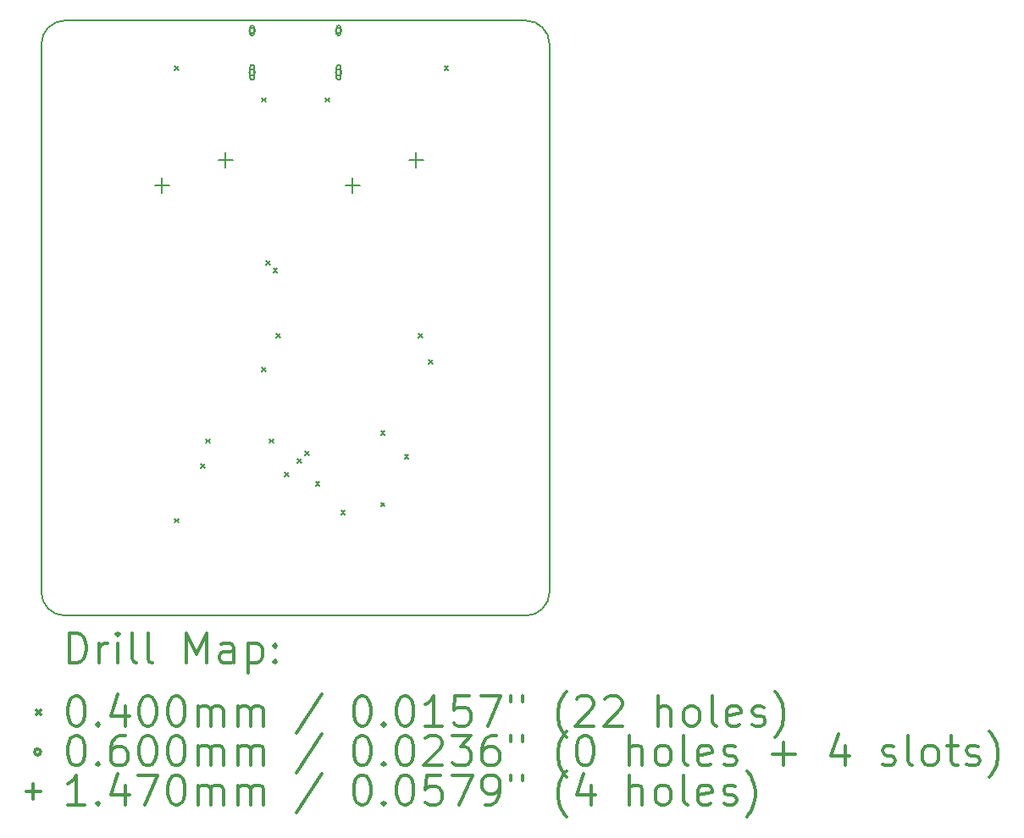
<source format=gbr>
%FSLAX45Y45*%
G04 Gerber Fmt 4.5, Leading zero omitted, Abs format (unit mm)*
G04 Created by KiCad (PCBNEW (5.1.10)-1) date 2021-06-04 02:05:19*
%MOMM*%
%LPD*%
G01*
G04 APERTURE LIST*
%TA.AperFunction,Profile*%
%ADD10C,0.150000*%
%TD*%
%ADD11C,0.200000*%
%ADD12C,0.300000*%
G04 APERTURE END LIST*
D10*
X11588750Y-9525000D02*
X11588750Y-4048125D01*
X6508750Y-4048125D02*
X6508750Y-9525000D01*
X11350625Y-9763125D02*
X6746875Y-9763125D01*
X11588750Y-9525000D02*
G75*
G02*
X11350625Y-9763125I-238125J0D01*
G01*
X6746875Y-9763125D02*
G75*
G02*
X6508750Y-9525000I0J238125D01*
G01*
X11350625Y-3810000D02*
X6746875Y-3810000D01*
X6508750Y-4048125D02*
G75*
G02*
X6746875Y-3810000I238125J0D01*
G01*
X11350625Y-3810000D02*
G75*
G02*
X11588750Y-4048125I0J-238125D01*
G01*
D11*
X7838125Y-4266250D02*
X7878125Y-4306250D01*
X7878125Y-4266250D02*
X7838125Y-4306250D01*
X7838760Y-8791260D02*
X7878760Y-8831260D01*
X7878760Y-8791260D02*
X7838760Y-8831260D01*
X8102920Y-8245160D02*
X8142920Y-8285160D01*
X8142920Y-8245160D02*
X8102920Y-8285160D01*
X8155625Y-7996875D02*
X8195625Y-8036875D01*
X8195625Y-7996875D02*
X8155625Y-8036875D01*
X8711250Y-4583750D02*
X8751250Y-4623750D01*
X8751250Y-4583750D02*
X8711250Y-4623750D01*
X8711250Y-7282500D02*
X8751250Y-7322500D01*
X8751250Y-7282500D02*
X8711250Y-7322500D01*
X8753502Y-6213502D02*
X8793502Y-6253502D01*
X8793502Y-6213502D02*
X8753502Y-6253502D01*
X8790625Y-7996875D02*
X8830625Y-8036875D01*
X8830625Y-7996875D02*
X8790625Y-8036875D01*
X8827748Y-6287748D02*
X8867748Y-6327748D01*
X8867748Y-6287748D02*
X8827748Y-6327748D01*
X8857300Y-6939600D02*
X8897300Y-6979600D01*
X8897300Y-6939600D02*
X8857300Y-6979600D01*
X8941120Y-8328980D02*
X8981120Y-8368980D01*
X8981120Y-8328980D02*
X8941120Y-8368980D01*
X9071002Y-8192748D02*
X9111002Y-8232748D01*
X9111002Y-8192748D02*
X9071002Y-8232748D01*
X9145248Y-8118502D02*
X9185248Y-8158502D01*
X9185248Y-8118502D02*
X9145248Y-8158502D01*
X9251000Y-8421690D02*
X9291000Y-8461690D01*
X9291000Y-8421690D02*
X9251000Y-8461690D01*
X9346250Y-4583750D02*
X9386250Y-4623750D01*
X9386250Y-4583750D02*
X9346250Y-4623750D01*
X9505000Y-8711250D02*
X9545000Y-8751250D01*
X9545000Y-8711250D02*
X9505000Y-8751250D01*
X9901875Y-7917500D02*
X9941875Y-7957500D01*
X9941875Y-7917500D02*
X9901875Y-7957500D01*
X9901875Y-8631875D02*
X9941875Y-8671875D01*
X9941875Y-8631875D02*
X9901875Y-8671875D01*
X10140000Y-8155625D02*
X10180000Y-8195625D01*
X10180000Y-8155625D02*
X10140000Y-8195625D01*
X10279700Y-6939600D02*
X10319700Y-6979600D01*
X10319700Y-6939600D02*
X10279700Y-6979600D01*
X10378125Y-7203125D02*
X10418125Y-7243125D01*
X10418125Y-7203125D02*
X10378125Y-7243125D01*
X10536875Y-4266250D02*
X10576875Y-4306250D01*
X10576875Y-4266250D02*
X10536875Y-4306250D01*
X8646750Y-3911250D02*
G75*
G03*
X8646750Y-3911250I-30000J0D01*
G01*
X8596750Y-3881250D02*
X8596750Y-3941250D01*
X8636750Y-3881250D02*
X8636750Y-3941250D01*
X8596750Y-3941250D02*
G75*
G03*
X8636750Y-3941250I20000J0D01*
G01*
X8636750Y-3881250D02*
G75*
G03*
X8596750Y-3881250I-20000J0D01*
G01*
X8646750Y-4329250D02*
G75*
G03*
X8646750Y-4329250I-30000J0D01*
G01*
X8596750Y-4274250D02*
X8596750Y-4384250D01*
X8636750Y-4274250D02*
X8636750Y-4384250D01*
X8596750Y-4384250D02*
G75*
G03*
X8636750Y-4384250I20000J0D01*
G01*
X8636750Y-4274250D02*
G75*
G03*
X8596750Y-4274250I-20000J0D01*
G01*
X9510750Y-3911250D02*
G75*
G03*
X9510750Y-3911250I-30000J0D01*
G01*
X9460750Y-3881250D02*
X9460750Y-3941250D01*
X9500750Y-3881250D02*
X9500750Y-3941250D01*
X9460750Y-3941250D02*
G75*
G03*
X9500750Y-3941250I20000J0D01*
G01*
X9500750Y-3881250D02*
G75*
G03*
X9460750Y-3881250I-20000J0D01*
G01*
X9510750Y-4329250D02*
G75*
G03*
X9510750Y-4329250I-30000J0D01*
G01*
X9460750Y-4274250D02*
X9460750Y-4384250D01*
X9500750Y-4274250D02*
X9500750Y-4384250D01*
X9460750Y-4384250D02*
G75*
G03*
X9500750Y-4384250I20000J0D01*
G01*
X9500750Y-4274250D02*
G75*
G03*
X9460750Y-4274250I-20000J0D01*
G01*
X7715250Y-5387500D02*
X7715250Y-5534500D01*
X7641750Y-5461000D02*
X7788750Y-5461000D01*
X8350250Y-5133500D02*
X8350250Y-5280500D01*
X8276750Y-5207000D02*
X8423750Y-5207000D01*
X9620250Y-5387500D02*
X9620250Y-5534500D01*
X9546750Y-5461000D02*
X9693750Y-5461000D01*
X10255250Y-5133500D02*
X10255250Y-5280500D01*
X10181750Y-5207000D02*
X10328750Y-5207000D01*
D12*
X6787678Y-10236339D02*
X6787678Y-9936339D01*
X6859107Y-9936339D01*
X6901964Y-9950625D01*
X6930536Y-9979197D01*
X6944821Y-10007768D01*
X6959107Y-10064911D01*
X6959107Y-10107768D01*
X6944821Y-10164911D01*
X6930536Y-10193482D01*
X6901964Y-10222054D01*
X6859107Y-10236339D01*
X6787678Y-10236339D01*
X7087678Y-10236339D02*
X7087678Y-10036339D01*
X7087678Y-10093482D02*
X7101964Y-10064911D01*
X7116250Y-10050625D01*
X7144821Y-10036339D01*
X7173393Y-10036339D01*
X7273393Y-10236339D02*
X7273393Y-10036339D01*
X7273393Y-9936339D02*
X7259107Y-9950625D01*
X7273393Y-9964911D01*
X7287678Y-9950625D01*
X7273393Y-9936339D01*
X7273393Y-9964911D01*
X7459107Y-10236339D02*
X7430536Y-10222054D01*
X7416250Y-10193482D01*
X7416250Y-9936339D01*
X7616250Y-10236339D02*
X7587678Y-10222054D01*
X7573393Y-10193482D01*
X7573393Y-9936339D01*
X7959107Y-10236339D02*
X7959107Y-9936339D01*
X8059107Y-10150625D01*
X8159107Y-9936339D01*
X8159107Y-10236339D01*
X8430536Y-10236339D02*
X8430536Y-10079197D01*
X8416250Y-10050625D01*
X8387678Y-10036339D01*
X8330536Y-10036339D01*
X8301964Y-10050625D01*
X8430536Y-10222054D02*
X8401964Y-10236339D01*
X8330536Y-10236339D01*
X8301964Y-10222054D01*
X8287678Y-10193482D01*
X8287678Y-10164911D01*
X8301964Y-10136339D01*
X8330536Y-10122054D01*
X8401964Y-10122054D01*
X8430536Y-10107768D01*
X8573393Y-10036339D02*
X8573393Y-10336339D01*
X8573393Y-10050625D02*
X8601964Y-10036339D01*
X8659107Y-10036339D01*
X8687678Y-10050625D01*
X8701964Y-10064911D01*
X8716250Y-10093482D01*
X8716250Y-10179197D01*
X8701964Y-10207768D01*
X8687678Y-10222054D01*
X8659107Y-10236339D01*
X8601964Y-10236339D01*
X8573393Y-10222054D01*
X8844821Y-10207768D02*
X8859107Y-10222054D01*
X8844821Y-10236339D01*
X8830536Y-10222054D01*
X8844821Y-10207768D01*
X8844821Y-10236339D01*
X8844821Y-10050625D02*
X8859107Y-10064911D01*
X8844821Y-10079197D01*
X8830536Y-10064911D01*
X8844821Y-10050625D01*
X8844821Y-10079197D01*
X6461250Y-10710625D02*
X6501250Y-10750625D01*
X6501250Y-10710625D02*
X6461250Y-10750625D01*
X6844821Y-10566339D02*
X6873393Y-10566339D01*
X6901964Y-10580625D01*
X6916250Y-10594911D01*
X6930536Y-10623482D01*
X6944821Y-10680625D01*
X6944821Y-10752054D01*
X6930536Y-10809197D01*
X6916250Y-10837768D01*
X6901964Y-10852054D01*
X6873393Y-10866339D01*
X6844821Y-10866339D01*
X6816250Y-10852054D01*
X6801964Y-10837768D01*
X6787678Y-10809197D01*
X6773393Y-10752054D01*
X6773393Y-10680625D01*
X6787678Y-10623482D01*
X6801964Y-10594911D01*
X6816250Y-10580625D01*
X6844821Y-10566339D01*
X7073393Y-10837768D02*
X7087678Y-10852054D01*
X7073393Y-10866339D01*
X7059107Y-10852054D01*
X7073393Y-10837768D01*
X7073393Y-10866339D01*
X7344821Y-10666339D02*
X7344821Y-10866339D01*
X7273393Y-10552054D02*
X7201964Y-10766339D01*
X7387678Y-10766339D01*
X7559107Y-10566339D02*
X7587678Y-10566339D01*
X7616250Y-10580625D01*
X7630536Y-10594911D01*
X7644821Y-10623482D01*
X7659107Y-10680625D01*
X7659107Y-10752054D01*
X7644821Y-10809197D01*
X7630536Y-10837768D01*
X7616250Y-10852054D01*
X7587678Y-10866339D01*
X7559107Y-10866339D01*
X7530536Y-10852054D01*
X7516250Y-10837768D01*
X7501964Y-10809197D01*
X7487678Y-10752054D01*
X7487678Y-10680625D01*
X7501964Y-10623482D01*
X7516250Y-10594911D01*
X7530536Y-10580625D01*
X7559107Y-10566339D01*
X7844821Y-10566339D02*
X7873393Y-10566339D01*
X7901964Y-10580625D01*
X7916250Y-10594911D01*
X7930536Y-10623482D01*
X7944821Y-10680625D01*
X7944821Y-10752054D01*
X7930536Y-10809197D01*
X7916250Y-10837768D01*
X7901964Y-10852054D01*
X7873393Y-10866339D01*
X7844821Y-10866339D01*
X7816250Y-10852054D01*
X7801964Y-10837768D01*
X7787678Y-10809197D01*
X7773393Y-10752054D01*
X7773393Y-10680625D01*
X7787678Y-10623482D01*
X7801964Y-10594911D01*
X7816250Y-10580625D01*
X7844821Y-10566339D01*
X8073393Y-10866339D02*
X8073393Y-10666339D01*
X8073393Y-10694911D02*
X8087678Y-10680625D01*
X8116250Y-10666339D01*
X8159107Y-10666339D01*
X8187678Y-10680625D01*
X8201964Y-10709197D01*
X8201964Y-10866339D01*
X8201964Y-10709197D02*
X8216250Y-10680625D01*
X8244821Y-10666339D01*
X8287678Y-10666339D01*
X8316250Y-10680625D01*
X8330536Y-10709197D01*
X8330536Y-10866339D01*
X8473393Y-10866339D02*
X8473393Y-10666339D01*
X8473393Y-10694911D02*
X8487678Y-10680625D01*
X8516250Y-10666339D01*
X8559107Y-10666339D01*
X8587678Y-10680625D01*
X8601964Y-10709197D01*
X8601964Y-10866339D01*
X8601964Y-10709197D02*
X8616250Y-10680625D01*
X8644821Y-10666339D01*
X8687678Y-10666339D01*
X8716250Y-10680625D01*
X8730536Y-10709197D01*
X8730536Y-10866339D01*
X9316250Y-10552054D02*
X9059107Y-10937768D01*
X9701964Y-10566339D02*
X9730536Y-10566339D01*
X9759107Y-10580625D01*
X9773393Y-10594911D01*
X9787678Y-10623482D01*
X9801964Y-10680625D01*
X9801964Y-10752054D01*
X9787678Y-10809197D01*
X9773393Y-10837768D01*
X9759107Y-10852054D01*
X9730536Y-10866339D01*
X9701964Y-10866339D01*
X9673393Y-10852054D01*
X9659107Y-10837768D01*
X9644821Y-10809197D01*
X9630536Y-10752054D01*
X9630536Y-10680625D01*
X9644821Y-10623482D01*
X9659107Y-10594911D01*
X9673393Y-10580625D01*
X9701964Y-10566339D01*
X9930536Y-10837768D02*
X9944821Y-10852054D01*
X9930536Y-10866339D01*
X9916250Y-10852054D01*
X9930536Y-10837768D01*
X9930536Y-10866339D01*
X10130536Y-10566339D02*
X10159107Y-10566339D01*
X10187678Y-10580625D01*
X10201964Y-10594911D01*
X10216250Y-10623482D01*
X10230536Y-10680625D01*
X10230536Y-10752054D01*
X10216250Y-10809197D01*
X10201964Y-10837768D01*
X10187678Y-10852054D01*
X10159107Y-10866339D01*
X10130536Y-10866339D01*
X10101964Y-10852054D01*
X10087678Y-10837768D01*
X10073393Y-10809197D01*
X10059107Y-10752054D01*
X10059107Y-10680625D01*
X10073393Y-10623482D01*
X10087678Y-10594911D01*
X10101964Y-10580625D01*
X10130536Y-10566339D01*
X10516250Y-10866339D02*
X10344821Y-10866339D01*
X10430536Y-10866339D02*
X10430536Y-10566339D01*
X10401964Y-10609197D01*
X10373393Y-10637768D01*
X10344821Y-10652054D01*
X10787678Y-10566339D02*
X10644821Y-10566339D01*
X10630536Y-10709197D01*
X10644821Y-10694911D01*
X10673393Y-10680625D01*
X10744821Y-10680625D01*
X10773393Y-10694911D01*
X10787678Y-10709197D01*
X10801964Y-10737768D01*
X10801964Y-10809197D01*
X10787678Y-10837768D01*
X10773393Y-10852054D01*
X10744821Y-10866339D01*
X10673393Y-10866339D01*
X10644821Y-10852054D01*
X10630536Y-10837768D01*
X10901964Y-10566339D02*
X11101964Y-10566339D01*
X10973393Y-10866339D01*
X11201964Y-10566339D02*
X11201964Y-10623482D01*
X11316250Y-10566339D02*
X11316250Y-10623482D01*
X11759107Y-10980625D02*
X11744821Y-10966339D01*
X11716250Y-10923482D01*
X11701964Y-10894911D01*
X11687678Y-10852054D01*
X11673393Y-10780625D01*
X11673393Y-10723482D01*
X11687678Y-10652054D01*
X11701964Y-10609197D01*
X11716250Y-10580625D01*
X11744821Y-10537768D01*
X11759107Y-10523482D01*
X11859107Y-10594911D02*
X11873393Y-10580625D01*
X11901964Y-10566339D01*
X11973393Y-10566339D01*
X12001964Y-10580625D01*
X12016250Y-10594911D01*
X12030536Y-10623482D01*
X12030536Y-10652054D01*
X12016250Y-10694911D01*
X11844821Y-10866339D01*
X12030536Y-10866339D01*
X12144821Y-10594911D02*
X12159107Y-10580625D01*
X12187678Y-10566339D01*
X12259107Y-10566339D01*
X12287678Y-10580625D01*
X12301964Y-10594911D01*
X12316250Y-10623482D01*
X12316250Y-10652054D01*
X12301964Y-10694911D01*
X12130536Y-10866339D01*
X12316250Y-10866339D01*
X12673393Y-10866339D02*
X12673393Y-10566339D01*
X12801964Y-10866339D02*
X12801964Y-10709197D01*
X12787678Y-10680625D01*
X12759107Y-10666339D01*
X12716250Y-10666339D01*
X12687678Y-10680625D01*
X12673393Y-10694911D01*
X12987678Y-10866339D02*
X12959107Y-10852054D01*
X12944821Y-10837768D01*
X12930536Y-10809197D01*
X12930536Y-10723482D01*
X12944821Y-10694911D01*
X12959107Y-10680625D01*
X12987678Y-10666339D01*
X13030536Y-10666339D01*
X13059107Y-10680625D01*
X13073393Y-10694911D01*
X13087678Y-10723482D01*
X13087678Y-10809197D01*
X13073393Y-10837768D01*
X13059107Y-10852054D01*
X13030536Y-10866339D01*
X12987678Y-10866339D01*
X13259107Y-10866339D02*
X13230536Y-10852054D01*
X13216250Y-10823482D01*
X13216250Y-10566339D01*
X13487678Y-10852054D02*
X13459107Y-10866339D01*
X13401964Y-10866339D01*
X13373393Y-10852054D01*
X13359107Y-10823482D01*
X13359107Y-10709197D01*
X13373393Y-10680625D01*
X13401964Y-10666339D01*
X13459107Y-10666339D01*
X13487678Y-10680625D01*
X13501964Y-10709197D01*
X13501964Y-10737768D01*
X13359107Y-10766339D01*
X13616250Y-10852054D02*
X13644821Y-10866339D01*
X13701964Y-10866339D01*
X13730536Y-10852054D01*
X13744821Y-10823482D01*
X13744821Y-10809197D01*
X13730536Y-10780625D01*
X13701964Y-10766339D01*
X13659107Y-10766339D01*
X13630536Y-10752054D01*
X13616250Y-10723482D01*
X13616250Y-10709197D01*
X13630536Y-10680625D01*
X13659107Y-10666339D01*
X13701964Y-10666339D01*
X13730536Y-10680625D01*
X13844821Y-10980625D02*
X13859107Y-10966339D01*
X13887678Y-10923482D01*
X13901964Y-10894911D01*
X13916250Y-10852054D01*
X13930536Y-10780625D01*
X13930536Y-10723482D01*
X13916250Y-10652054D01*
X13901964Y-10609197D01*
X13887678Y-10580625D01*
X13859107Y-10537768D01*
X13844821Y-10523482D01*
X6501250Y-11126625D02*
G75*
G03*
X6501250Y-11126625I-30000J0D01*
G01*
X6844821Y-10962339D02*
X6873393Y-10962339D01*
X6901964Y-10976625D01*
X6916250Y-10990911D01*
X6930536Y-11019482D01*
X6944821Y-11076625D01*
X6944821Y-11148054D01*
X6930536Y-11205196D01*
X6916250Y-11233768D01*
X6901964Y-11248054D01*
X6873393Y-11262339D01*
X6844821Y-11262339D01*
X6816250Y-11248054D01*
X6801964Y-11233768D01*
X6787678Y-11205196D01*
X6773393Y-11148054D01*
X6773393Y-11076625D01*
X6787678Y-11019482D01*
X6801964Y-10990911D01*
X6816250Y-10976625D01*
X6844821Y-10962339D01*
X7073393Y-11233768D02*
X7087678Y-11248054D01*
X7073393Y-11262339D01*
X7059107Y-11248054D01*
X7073393Y-11233768D01*
X7073393Y-11262339D01*
X7344821Y-10962339D02*
X7287678Y-10962339D01*
X7259107Y-10976625D01*
X7244821Y-10990911D01*
X7216250Y-11033768D01*
X7201964Y-11090911D01*
X7201964Y-11205196D01*
X7216250Y-11233768D01*
X7230536Y-11248054D01*
X7259107Y-11262339D01*
X7316250Y-11262339D01*
X7344821Y-11248054D01*
X7359107Y-11233768D01*
X7373393Y-11205196D01*
X7373393Y-11133768D01*
X7359107Y-11105197D01*
X7344821Y-11090911D01*
X7316250Y-11076625D01*
X7259107Y-11076625D01*
X7230536Y-11090911D01*
X7216250Y-11105197D01*
X7201964Y-11133768D01*
X7559107Y-10962339D02*
X7587678Y-10962339D01*
X7616250Y-10976625D01*
X7630536Y-10990911D01*
X7644821Y-11019482D01*
X7659107Y-11076625D01*
X7659107Y-11148054D01*
X7644821Y-11205196D01*
X7630536Y-11233768D01*
X7616250Y-11248054D01*
X7587678Y-11262339D01*
X7559107Y-11262339D01*
X7530536Y-11248054D01*
X7516250Y-11233768D01*
X7501964Y-11205196D01*
X7487678Y-11148054D01*
X7487678Y-11076625D01*
X7501964Y-11019482D01*
X7516250Y-10990911D01*
X7530536Y-10976625D01*
X7559107Y-10962339D01*
X7844821Y-10962339D02*
X7873393Y-10962339D01*
X7901964Y-10976625D01*
X7916250Y-10990911D01*
X7930536Y-11019482D01*
X7944821Y-11076625D01*
X7944821Y-11148054D01*
X7930536Y-11205196D01*
X7916250Y-11233768D01*
X7901964Y-11248054D01*
X7873393Y-11262339D01*
X7844821Y-11262339D01*
X7816250Y-11248054D01*
X7801964Y-11233768D01*
X7787678Y-11205196D01*
X7773393Y-11148054D01*
X7773393Y-11076625D01*
X7787678Y-11019482D01*
X7801964Y-10990911D01*
X7816250Y-10976625D01*
X7844821Y-10962339D01*
X8073393Y-11262339D02*
X8073393Y-11062339D01*
X8073393Y-11090911D02*
X8087678Y-11076625D01*
X8116250Y-11062339D01*
X8159107Y-11062339D01*
X8187678Y-11076625D01*
X8201964Y-11105197D01*
X8201964Y-11262339D01*
X8201964Y-11105197D02*
X8216250Y-11076625D01*
X8244821Y-11062339D01*
X8287678Y-11062339D01*
X8316250Y-11076625D01*
X8330536Y-11105197D01*
X8330536Y-11262339D01*
X8473393Y-11262339D02*
X8473393Y-11062339D01*
X8473393Y-11090911D02*
X8487678Y-11076625D01*
X8516250Y-11062339D01*
X8559107Y-11062339D01*
X8587678Y-11076625D01*
X8601964Y-11105197D01*
X8601964Y-11262339D01*
X8601964Y-11105197D02*
X8616250Y-11076625D01*
X8644821Y-11062339D01*
X8687678Y-11062339D01*
X8716250Y-11076625D01*
X8730536Y-11105197D01*
X8730536Y-11262339D01*
X9316250Y-10948054D02*
X9059107Y-11333768D01*
X9701964Y-10962339D02*
X9730536Y-10962339D01*
X9759107Y-10976625D01*
X9773393Y-10990911D01*
X9787678Y-11019482D01*
X9801964Y-11076625D01*
X9801964Y-11148054D01*
X9787678Y-11205196D01*
X9773393Y-11233768D01*
X9759107Y-11248054D01*
X9730536Y-11262339D01*
X9701964Y-11262339D01*
X9673393Y-11248054D01*
X9659107Y-11233768D01*
X9644821Y-11205196D01*
X9630536Y-11148054D01*
X9630536Y-11076625D01*
X9644821Y-11019482D01*
X9659107Y-10990911D01*
X9673393Y-10976625D01*
X9701964Y-10962339D01*
X9930536Y-11233768D02*
X9944821Y-11248054D01*
X9930536Y-11262339D01*
X9916250Y-11248054D01*
X9930536Y-11233768D01*
X9930536Y-11262339D01*
X10130536Y-10962339D02*
X10159107Y-10962339D01*
X10187678Y-10976625D01*
X10201964Y-10990911D01*
X10216250Y-11019482D01*
X10230536Y-11076625D01*
X10230536Y-11148054D01*
X10216250Y-11205196D01*
X10201964Y-11233768D01*
X10187678Y-11248054D01*
X10159107Y-11262339D01*
X10130536Y-11262339D01*
X10101964Y-11248054D01*
X10087678Y-11233768D01*
X10073393Y-11205196D01*
X10059107Y-11148054D01*
X10059107Y-11076625D01*
X10073393Y-11019482D01*
X10087678Y-10990911D01*
X10101964Y-10976625D01*
X10130536Y-10962339D01*
X10344821Y-10990911D02*
X10359107Y-10976625D01*
X10387678Y-10962339D01*
X10459107Y-10962339D01*
X10487678Y-10976625D01*
X10501964Y-10990911D01*
X10516250Y-11019482D01*
X10516250Y-11048054D01*
X10501964Y-11090911D01*
X10330536Y-11262339D01*
X10516250Y-11262339D01*
X10616250Y-10962339D02*
X10801964Y-10962339D01*
X10701964Y-11076625D01*
X10744821Y-11076625D01*
X10773393Y-11090911D01*
X10787678Y-11105197D01*
X10801964Y-11133768D01*
X10801964Y-11205196D01*
X10787678Y-11233768D01*
X10773393Y-11248054D01*
X10744821Y-11262339D01*
X10659107Y-11262339D01*
X10630536Y-11248054D01*
X10616250Y-11233768D01*
X11059107Y-10962339D02*
X11001964Y-10962339D01*
X10973393Y-10976625D01*
X10959107Y-10990911D01*
X10930536Y-11033768D01*
X10916250Y-11090911D01*
X10916250Y-11205196D01*
X10930536Y-11233768D01*
X10944821Y-11248054D01*
X10973393Y-11262339D01*
X11030536Y-11262339D01*
X11059107Y-11248054D01*
X11073393Y-11233768D01*
X11087678Y-11205196D01*
X11087678Y-11133768D01*
X11073393Y-11105197D01*
X11059107Y-11090911D01*
X11030536Y-11076625D01*
X10973393Y-11076625D01*
X10944821Y-11090911D01*
X10930536Y-11105197D01*
X10916250Y-11133768D01*
X11201964Y-10962339D02*
X11201964Y-11019482D01*
X11316250Y-10962339D02*
X11316250Y-11019482D01*
X11759107Y-11376625D02*
X11744821Y-11362339D01*
X11716250Y-11319482D01*
X11701964Y-11290911D01*
X11687678Y-11248054D01*
X11673393Y-11176625D01*
X11673393Y-11119482D01*
X11687678Y-11048054D01*
X11701964Y-11005197D01*
X11716250Y-10976625D01*
X11744821Y-10933768D01*
X11759107Y-10919482D01*
X11930536Y-10962339D02*
X11959107Y-10962339D01*
X11987678Y-10976625D01*
X12001964Y-10990911D01*
X12016250Y-11019482D01*
X12030536Y-11076625D01*
X12030536Y-11148054D01*
X12016250Y-11205196D01*
X12001964Y-11233768D01*
X11987678Y-11248054D01*
X11959107Y-11262339D01*
X11930536Y-11262339D01*
X11901964Y-11248054D01*
X11887678Y-11233768D01*
X11873393Y-11205196D01*
X11859107Y-11148054D01*
X11859107Y-11076625D01*
X11873393Y-11019482D01*
X11887678Y-10990911D01*
X11901964Y-10976625D01*
X11930536Y-10962339D01*
X12387678Y-11262339D02*
X12387678Y-10962339D01*
X12516250Y-11262339D02*
X12516250Y-11105197D01*
X12501964Y-11076625D01*
X12473393Y-11062339D01*
X12430536Y-11062339D01*
X12401964Y-11076625D01*
X12387678Y-11090911D01*
X12701964Y-11262339D02*
X12673393Y-11248054D01*
X12659107Y-11233768D01*
X12644821Y-11205196D01*
X12644821Y-11119482D01*
X12659107Y-11090911D01*
X12673393Y-11076625D01*
X12701964Y-11062339D01*
X12744821Y-11062339D01*
X12773393Y-11076625D01*
X12787678Y-11090911D01*
X12801964Y-11119482D01*
X12801964Y-11205196D01*
X12787678Y-11233768D01*
X12773393Y-11248054D01*
X12744821Y-11262339D01*
X12701964Y-11262339D01*
X12973393Y-11262339D02*
X12944821Y-11248054D01*
X12930536Y-11219482D01*
X12930536Y-10962339D01*
X13201964Y-11248054D02*
X13173393Y-11262339D01*
X13116250Y-11262339D01*
X13087678Y-11248054D01*
X13073393Y-11219482D01*
X13073393Y-11105197D01*
X13087678Y-11076625D01*
X13116250Y-11062339D01*
X13173393Y-11062339D01*
X13201964Y-11076625D01*
X13216250Y-11105197D01*
X13216250Y-11133768D01*
X13073393Y-11162339D01*
X13330536Y-11248054D02*
X13359107Y-11262339D01*
X13416250Y-11262339D01*
X13444821Y-11248054D01*
X13459107Y-11219482D01*
X13459107Y-11205196D01*
X13444821Y-11176625D01*
X13416250Y-11162339D01*
X13373393Y-11162339D01*
X13344821Y-11148054D01*
X13330536Y-11119482D01*
X13330536Y-11105197D01*
X13344821Y-11076625D01*
X13373393Y-11062339D01*
X13416250Y-11062339D01*
X13444821Y-11076625D01*
X13816250Y-11148054D02*
X14044821Y-11148054D01*
X13930536Y-11262339D02*
X13930536Y-11033768D01*
X14544821Y-11062339D02*
X14544821Y-11262339D01*
X14473393Y-10948054D02*
X14401964Y-11162339D01*
X14587678Y-11162339D01*
X14916250Y-11248054D02*
X14944821Y-11262339D01*
X15001964Y-11262339D01*
X15030536Y-11248054D01*
X15044821Y-11219482D01*
X15044821Y-11205196D01*
X15030536Y-11176625D01*
X15001964Y-11162339D01*
X14959107Y-11162339D01*
X14930536Y-11148054D01*
X14916250Y-11119482D01*
X14916250Y-11105197D01*
X14930536Y-11076625D01*
X14959107Y-11062339D01*
X15001964Y-11062339D01*
X15030536Y-11076625D01*
X15216250Y-11262339D02*
X15187678Y-11248054D01*
X15173393Y-11219482D01*
X15173393Y-10962339D01*
X15373393Y-11262339D02*
X15344821Y-11248054D01*
X15330536Y-11233768D01*
X15316250Y-11205196D01*
X15316250Y-11119482D01*
X15330536Y-11090911D01*
X15344821Y-11076625D01*
X15373393Y-11062339D01*
X15416250Y-11062339D01*
X15444821Y-11076625D01*
X15459107Y-11090911D01*
X15473393Y-11119482D01*
X15473393Y-11205196D01*
X15459107Y-11233768D01*
X15444821Y-11248054D01*
X15416250Y-11262339D01*
X15373393Y-11262339D01*
X15559107Y-11062339D02*
X15673393Y-11062339D01*
X15601964Y-10962339D02*
X15601964Y-11219482D01*
X15616250Y-11248054D01*
X15644821Y-11262339D01*
X15673393Y-11262339D01*
X15759107Y-11248054D02*
X15787678Y-11262339D01*
X15844821Y-11262339D01*
X15873393Y-11248054D01*
X15887678Y-11219482D01*
X15887678Y-11205196D01*
X15873393Y-11176625D01*
X15844821Y-11162339D01*
X15801964Y-11162339D01*
X15773393Y-11148054D01*
X15759107Y-11119482D01*
X15759107Y-11105197D01*
X15773393Y-11076625D01*
X15801964Y-11062339D01*
X15844821Y-11062339D01*
X15873393Y-11076625D01*
X15987678Y-11376625D02*
X16001964Y-11362339D01*
X16030536Y-11319482D01*
X16044821Y-11290911D01*
X16059107Y-11248054D01*
X16073393Y-11176625D01*
X16073393Y-11119482D01*
X16059107Y-11048054D01*
X16044821Y-11005197D01*
X16030536Y-10976625D01*
X16001964Y-10933768D01*
X15987678Y-10919482D01*
X6427750Y-11449125D02*
X6427750Y-11596125D01*
X6354250Y-11522625D02*
X6501250Y-11522625D01*
X6944821Y-11658339D02*
X6773393Y-11658339D01*
X6859107Y-11658339D02*
X6859107Y-11358339D01*
X6830536Y-11401196D01*
X6801964Y-11429768D01*
X6773393Y-11444054D01*
X7073393Y-11629768D02*
X7087678Y-11644054D01*
X7073393Y-11658339D01*
X7059107Y-11644054D01*
X7073393Y-11629768D01*
X7073393Y-11658339D01*
X7344821Y-11458339D02*
X7344821Y-11658339D01*
X7273393Y-11344054D02*
X7201964Y-11558339D01*
X7387678Y-11558339D01*
X7473393Y-11358339D02*
X7673393Y-11358339D01*
X7544821Y-11658339D01*
X7844821Y-11358339D02*
X7873393Y-11358339D01*
X7901964Y-11372625D01*
X7916250Y-11386911D01*
X7930536Y-11415482D01*
X7944821Y-11472625D01*
X7944821Y-11544054D01*
X7930536Y-11601196D01*
X7916250Y-11629768D01*
X7901964Y-11644054D01*
X7873393Y-11658339D01*
X7844821Y-11658339D01*
X7816250Y-11644054D01*
X7801964Y-11629768D01*
X7787678Y-11601196D01*
X7773393Y-11544054D01*
X7773393Y-11472625D01*
X7787678Y-11415482D01*
X7801964Y-11386911D01*
X7816250Y-11372625D01*
X7844821Y-11358339D01*
X8073393Y-11658339D02*
X8073393Y-11458339D01*
X8073393Y-11486911D02*
X8087678Y-11472625D01*
X8116250Y-11458339D01*
X8159107Y-11458339D01*
X8187678Y-11472625D01*
X8201964Y-11501196D01*
X8201964Y-11658339D01*
X8201964Y-11501196D02*
X8216250Y-11472625D01*
X8244821Y-11458339D01*
X8287678Y-11458339D01*
X8316250Y-11472625D01*
X8330536Y-11501196D01*
X8330536Y-11658339D01*
X8473393Y-11658339D02*
X8473393Y-11458339D01*
X8473393Y-11486911D02*
X8487678Y-11472625D01*
X8516250Y-11458339D01*
X8559107Y-11458339D01*
X8587678Y-11472625D01*
X8601964Y-11501196D01*
X8601964Y-11658339D01*
X8601964Y-11501196D02*
X8616250Y-11472625D01*
X8644821Y-11458339D01*
X8687678Y-11458339D01*
X8716250Y-11472625D01*
X8730536Y-11501196D01*
X8730536Y-11658339D01*
X9316250Y-11344054D02*
X9059107Y-11729768D01*
X9701964Y-11358339D02*
X9730536Y-11358339D01*
X9759107Y-11372625D01*
X9773393Y-11386911D01*
X9787678Y-11415482D01*
X9801964Y-11472625D01*
X9801964Y-11544054D01*
X9787678Y-11601196D01*
X9773393Y-11629768D01*
X9759107Y-11644054D01*
X9730536Y-11658339D01*
X9701964Y-11658339D01*
X9673393Y-11644054D01*
X9659107Y-11629768D01*
X9644821Y-11601196D01*
X9630536Y-11544054D01*
X9630536Y-11472625D01*
X9644821Y-11415482D01*
X9659107Y-11386911D01*
X9673393Y-11372625D01*
X9701964Y-11358339D01*
X9930536Y-11629768D02*
X9944821Y-11644054D01*
X9930536Y-11658339D01*
X9916250Y-11644054D01*
X9930536Y-11629768D01*
X9930536Y-11658339D01*
X10130536Y-11358339D02*
X10159107Y-11358339D01*
X10187678Y-11372625D01*
X10201964Y-11386911D01*
X10216250Y-11415482D01*
X10230536Y-11472625D01*
X10230536Y-11544054D01*
X10216250Y-11601196D01*
X10201964Y-11629768D01*
X10187678Y-11644054D01*
X10159107Y-11658339D01*
X10130536Y-11658339D01*
X10101964Y-11644054D01*
X10087678Y-11629768D01*
X10073393Y-11601196D01*
X10059107Y-11544054D01*
X10059107Y-11472625D01*
X10073393Y-11415482D01*
X10087678Y-11386911D01*
X10101964Y-11372625D01*
X10130536Y-11358339D01*
X10501964Y-11358339D02*
X10359107Y-11358339D01*
X10344821Y-11501196D01*
X10359107Y-11486911D01*
X10387678Y-11472625D01*
X10459107Y-11472625D01*
X10487678Y-11486911D01*
X10501964Y-11501196D01*
X10516250Y-11529768D01*
X10516250Y-11601196D01*
X10501964Y-11629768D01*
X10487678Y-11644054D01*
X10459107Y-11658339D01*
X10387678Y-11658339D01*
X10359107Y-11644054D01*
X10344821Y-11629768D01*
X10616250Y-11358339D02*
X10816250Y-11358339D01*
X10687678Y-11658339D01*
X10944821Y-11658339D02*
X11001964Y-11658339D01*
X11030536Y-11644054D01*
X11044821Y-11629768D01*
X11073393Y-11586911D01*
X11087678Y-11529768D01*
X11087678Y-11415482D01*
X11073393Y-11386911D01*
X11059107Y-11372625D01*
X11030536Y-11358339D01*
X10973393Y-11358339D01*
X10944821Y-11372625D01*
X10930536Y-11386911D01*
X10916250Y-11415482D01*
X10916250Y-11486911D01*
X10930536Y-11515482D01*
X10944821Y-11529768D01*
X10973393Y-11544054D01*
X11030536Y-11544054D01*
X11059107Y-11529768D01*
X11073393Y-11515482D01*
X11087678Y-11486911D01*
X11201964Y-11358339D02*
X11201964Y-11415482D01*
X11316250Y-11358339D02*
X11316250Y-11415482D01*
X11759107Y-11772625D02*
X11744821Y-11758339D01*
X11716250Y-11715482D01*
X11701964Y-11686911D01*
X11687678Y-11644054D01*
X11673393Y-11572625D01*
X11673393Y-11515482D01*
X11687678Y-11444054D01*
X11701964Y-11401196D01*
X11716250Y-11372625D01*
X11744821Y-11329768D01*
X11759107Y-11315482D01*
X12001964Y-11458339D02*
X12001964Y-11658339D01*
X11930536Y-11344054D02*
X11859107Y-11558339D01*
X12044821Y-11558339D01*
X12387678Y-11658339D02*
X12387678Y-11358339D01*
X12516250Y-11658339D02*
X12516250Y-11501196D01*
X12501964Y-11472625D01*
X12473393Y-11458339D01*
X12430536Y-11458339D01*
X12401964Y-11472625D01*
X12387678Y-11486911D01*
X12701964Y-11658339D02*
X12673393Y-11644054D01*
X12659107Y-11629768D01*
X12644821Y-11601196D01*
X12644821Y-11515482D01*
X12659107Y-11486911D01*
X12673393Y-11472625D01*
X12701964Y-11458339D01*
X12744821Y-11458339D01*
X12773393Y-11472625D01*
X12787678Y-11486911D01*
X12801964Y-11515482D01*
X12801964Y-11601196D01*
X12787678Y-11629768D01*
X12773393Y-11644054D01*
X12744821Y-11658339D01*
X12701964Y-11658339D01*
X12973393Y-11658339D02*
X12944821Y-11644054D01*
X12930536Y-11615482D01*
X12930536Y-11358339D01*
X13201964Y-11644054D02*
X13173393Y-11658339D01*
X13116250Y-11658339D01*
X13087678Y-11644054D01*
X13073393Y-11615482D01*
X13073393Y-11501196D01*
X13087678Y-11472625D01*
X13116250Y-11458339D01*
X13173393Y-11458339D01*
X13201964Y-11472625D01*
X13216250Y-11501196D01*
X13216250Y-11529768D01*
X13073393Y-11558339D01*
X13330536Y-11644054D02*
X13359107Y-11658339D01*
X13416250Y-11658339D01*
X13444821Y-11644054D01*
X13459107Y-11615482D01*
X13459107Y-11601196D01*
X13444821Y-11572625D01*
X13416250Y-11558339D01*
X13373393Y-11558339D01*
X13344821Y-11544054D01*
X13330536Y-11515482D01*
X13330536Y-11501196D01*
X13344821Y-11472625D01*
X13373393Y-11458339D01*
X13416250Y-11458339D01*
X13444821Y-11472625D01*
X13559107Y-11772625D02*
X13573393Y-11758339D01*
X13601964Y-11715482D01*
X13616250Y-11686911D01*
X13630536Y-11644054D01*
X13644821Y-11572625D01*
X13644821Y-11515482D01*
X13630536Y-11444054D01*
X13616250Y-11401196D01*
X13601964Y-11372625D01*
X13573393Y-11329768D01*
X13559107Y-11315482D01*
M02*

</source>
